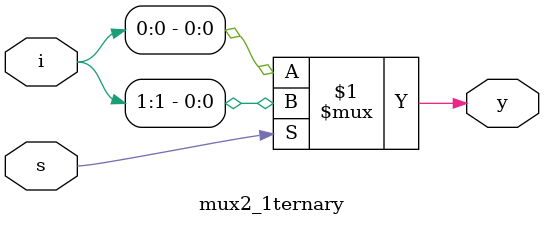
<source format=v>
module mux2_1ternary(y,i,s);
  input [1:0]i;
  input s;
  output y;
  assign y=(s)?i[1]:i[0];
endmodule 

</source>
